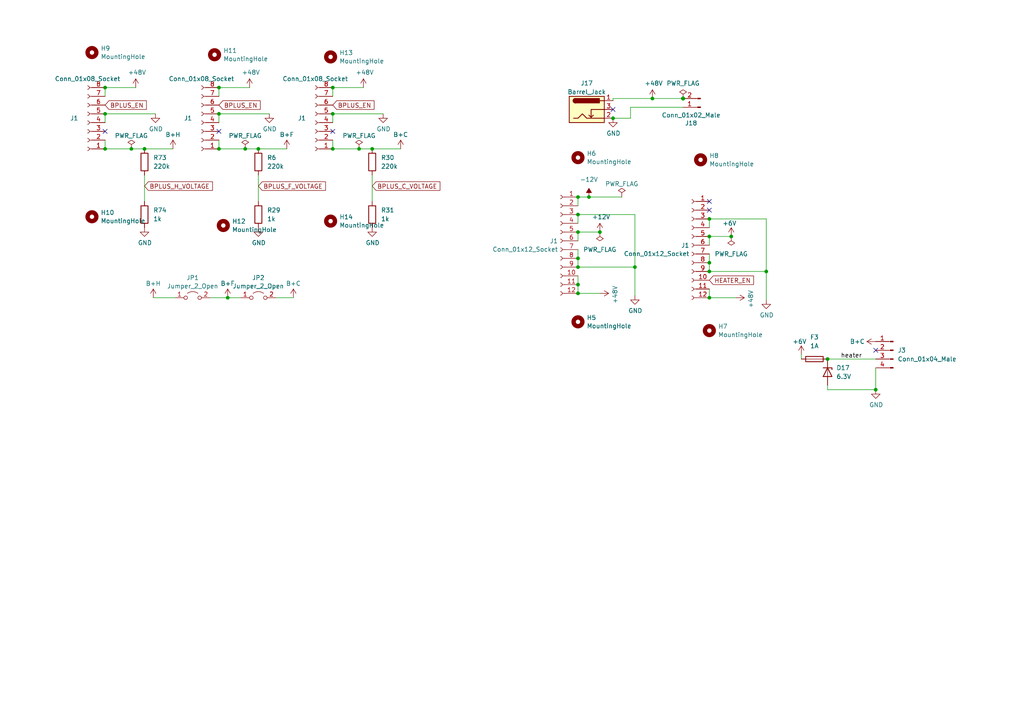
<source format=kicad_sch>
(kicad_sch (version 20230121) (generator eeschema)
  (paper "A4")
  (lib_symbols
    (symbol "Connector:Barrel_Jack_Switch" (pin_names hide)
      (property "Reference" "J" (at 0 5.334 0))
      (property "Value" "Barrel_Jack_Switch" (at 0 -5.08 0))
      (symbol "Barrel_Jack_Switch_0_1"
        (rectangle (start -5.08 3.81) (end 5.08 -3.81) (stroke (width 0.254)) (fill (type background)))
        (arc (start -3.302 3.175) (mid -3.9343 2.54) (end -3.302 1.905) (stroke (width 0.254)))
        (arc (start -3.302 3.175) (mid -3.9343 2.54) (end -3.302 1.905) (stroke (width 0.254)) (fill (type outline)))
        (polyline (pts (xy 1.27 -2.286) (xy 1.905 -1.651)) (stroke (width 0.254)))
        (polyline (pts (xy 5.08 2.54) (xy 3.81 2.54)) (stroke (width 0.254)))
        (polyline (pts (xy 5.08 0) (xy 1.27 0) (xy 1.27 -2.286) (xy 0.635 -1.651)) (stroke (width 0.254)))
        (polyline (pts (xy -3.81 -2.54) (xy -2.54 -2.54) (xy -1.27 -1.27) (xy 0 -2.54) (xy 2.54 -2.54) (xy 5.08 -2.54)) (stroke (width 0.254)))
        (rectangle (start 3.683 3.175) (end -3.302 1.905) (stroke (width 0.254)) (fill (type outline)))
      )
      (symbol "Barrel_Jack_Switch_1_1"
        (pin passive line (at 7.62 2.54 180) (length 2.54) (name "~") (number "1"))
        (pin passive line (at 7.62 -2.54 180) (length 2.54) (name "~") (number "2"))
        (pin passive line (at 7.62 0 180) (length 2.54) (name "~") (number "3"))
      )
    )
    (symbol "Connector:Conn_01x02_Pin" (pin_names (offset 1.016) hide)
      (property "Reference" "J" (at 0 2.54 0))
      (property "Value" "Conn_01x02_Pin" (at 0 -5.08 0))
      (symbol "Conn_01x02_Pin_1_1"
        (polyline (pts (xy 1.27 -2.54) (xy 0.8636 -2.54)) (stroke (width 0.1524)))
        (polyline (pts (xy 1.27 0) (xy 0.8636 0)) (stroke (width 0.1524)))
        (rectangle (start 0.8636 -2.413) (end 0 -2.667) (stroke (width 0.1524)) (fill (type outline)))
        (rectangle (start 0.8636 0.127) (end 0 -0.127) (stroke (width 0.1524)) (fill (type outline)))
        (pin passive line (at 5.08 0 180) (length 3.81) (name "Pin_1") (number "1"))
        (pin passive line (at 5.08 -2.54 180) (length 3.81) (name "Pin_2") (number "2"))
      )
    )
    (symbol "Connector:Conn_01x04_Pin" (pin_names (offset 1.016) hide)
      (property "Reference" "J" (at 0 5.08 0))
      (property "Value" "Conn_01x04_Pin" (at 0 -7.62 0))
      (symbol "Conn_01x04_Pin_1_1"
        (polyline (pts (xy 1.27 -5.08) (xy 0.8636 -5.08)) (stroke (width 0.1524)))
        (polyline (pts (xy 1.27 -2.54) (xy 0.8636 -2.54)) (stroke (width 0.1524)))
        (polyline (pts (xy 1.27 0) (xy 0.8636 0)) (stroke (width 0.1524)))
        (polyline (pts (xy 1.27 2.54) (xy 0.8636 2.54)) (stroke (width 0.1524)))
        (rectangle (start 0.8636 -4.953) (end 0 -5.207) (stroke (width 0.1524)) (fill (type outline)))
        (rectangle (start 0.8636 -2.413) (end 0 -2.667) (stroke (width 0.1524)) (fill (type outline)))
        (rectangle (start 0.8636 0.127) (end 0 -0.127) (stroke (width 0.1524)) (fill (type outline)))
        (rectangle (start 0.8636 2.667) (end 0 2.413) (stroke (width 0.1524)) (fill (type outline)))
        (pin passive line (at 5.08 2.54 180) (length 3.81) (name "Pin_1") (number "1"))
        (pin passive line (at 5.08 0 180) (length 3.81) (name "Pin_2") (number "2"))
        (pin passive line (at 5.08 -2.54 180) (length 3.81) (name "Pin_3") (number "3"))
        (pin passive line (at 5.08 -5.08 180) (length 3.81) (name "Pin_4") (number "4"))
      )
    )
    (symbol "Connector:Conn_01x08_Socket" (pin_names (offset 1.016) hide)
      (property "Reference" "J" (at 0 10.16 0))
      (property "Value" "Conn_01x08_Socket" (at 0 -12.7 0))
      (symbol "Conn_01x08_Socket_1_1"
        (arc (start 0 -9.652) (mid -0.5058 -10.16) (end 0 -10.668) (stroke (width 0.1524)))
        (arc (start 0 -7.112) (mid -0.5058 -7.62) (end 0 -8.128) (stroke (width 0.1524)))
        (arc (start 0 -4.572) (mid -0.5058 -5.08) (end 0 -5.588) (stroke (width 0.1524)))
        (arc (start 0 -2.032) (mid -0.5058 -2.54) (end 0 -3.048) (stroke (width 0.1524)))
        (polyline (pts (xy -1.27 -10.16) (xy -0.508 -10.16)) (stroke (width 0.1524)))
        (polyline (pts (xy -1.27 -7.62) (xy -0.508 -7.62)) (stroke (width 0.1524)))
        (polyline (pts (xy -1.27 -5.08) (xy -0.508 -5.08)) (stroke (width 0.1524)))
        (polyline (pts (xy -1.27 -2.54) (xy -0.508 -2.54)) (stroke (width 0.1524)))
        (polyline (pts (xy -1.27 0) (xy -0.508 0)) (stroke (width 0.1524)))
        (polyline (pts (xy -1.27 2.54) (xy -0.508 2.54)) (stroke (width 0.1524)))
        (polyline (pts (xy -1.27 5.08) (xy -0.508 5.08)) (stroke (width 0.1524)))
        (polyline (pts (xy -1.27 7.62) (xy -0.508 7.62)) (stroke (width 0.1524)))
        (arc (start 0 0.508) (mid -0.5058 0) (end 0 -0.508) (stroke (width 0.1524)))
        (arc (start 0 3.048) (mid -0.5058 2.54) (end 0 2.032) (stroke (width 0.1524)))
        (arc (start 0 5.588) (mid -0.5058 5.08) (end 0 4.572) (stroke (width 0.1524)))
        (arc (start 0 8.128) (mid -0.5058 7.62) (end 0 7.112) (stroke (width 0.1524)))
        (pin passive line (at -5.08 7.62 0) (length 3.81) (name "Pin_1") (number "1"))
        (pin passive line (at -5.08 5.08 0) (length 3.81) (name "Pin_2") (number "2"))
        (pin passive line (at -5.08 2.54 0) (length 3.81) (name "Pin_3") (number "3"))
        (pin passive line (at -5.08 0 0) (length 3.81) (name "Pin_4") (number "4"))
        (pin passive line (at -5.08 -2.54 0) (length 3.81) (name "Pin_5") (number "5"))
        (pin passive line (at -5.08 -5.08 0) (length 3.81) (name "Pin_6") (number "6"))
        (pin passive line (at -5.08 -7.62 0) (length 3.81) (name "Pin_7") (number "7"))
        (pin passive line (at -5.08 -10.16 0) (length 3.81) (name "Pin_8") (number "8"))
      )
    )
    (symbol "Connector:Conn_01x12_Socket" (pin_names (offset 1.016) hide)
      (property "Reference" "J" (at 0 15.24 0))
      (property "Value" "Conn_01x12_Socket" (at 0 -17.78 0))
      (symbol "Conn_01x12_Socket_1_1"
        (arc (start 0 -14.732) (mid -0.5058 -15.24) (end 0 -15.748) (stroke (width 0.1524)))
        (arc (start 0 -12.192) (mid -0.5058 -12.7) (end 0 -13.208) (stroke (width 0.1524)))
        (arc (start 0 -9.652) (mid -0.5058 -10.16) (end 0 -10.668) (stroke (width 0.1524)))
        (arc (start 0 -7.112) (mid -0.5058 -7.62) (end 0 -8.128) (stroke (width 0.1524)))
        (arc (start 0 -4.572) (mid -0.5058 -5.08) (end 0 -5.588) (stroke (width 0.1524)))
        (arc (start 0 -2.032) (mid -0.5058 -2.54) (end 0 -3.048) (stroke (width 0.1524)))
        (polyline (pts (xy -1.27 -15.24) (xy -0.508 -15.24)) (stroke (width 0.1524)))
        (polyline (pts (xy -1.27 -12.7) (xy -0.508 -12.7)) (stroke (width 0.1524)))
        (polyline (pts (xy -1.27 -10.16) (xy -0.508 -10.16)) (stroke (width 0.1524)))
        (polyline (pts (xy -1.27 -7.62) (xy -0.508 -7.62)) (stroke (width 0.1524)))
        (polyline (pts (xy -1.27 -5.08) (xy -0.508 -5.08)) (stroke (width 0.1524)))
        (polyline (pts (xy -1.27 -2.54) (xy -0.508 -2.54)) (stroke (width 0.1524)))
        (polyline (pts (xy -1.27 0) (xy -0.508 0)) (stroke (width 0.1524)))
        (polyline (pts (xy -1.27 2.54) (xy -0.508 2.54)) (stroke (width 0.1524)))
        (polyline (pts (xy -1.27 5.08) (xy -0.508 5.08)) (stroke (width 0.1524)))
        (polyline (pts (xy -1.27 7.62) (xy -0.508 7.62)) (stroke (width 0.1524)))
        (polyline (pts (xy -1.27 10.16) (xy -0.508 10.16)) (stroke (width 0.1524)))
        (polyline (pts (xy -1.27 12.7) (xy -0.508 12.7)) (stroke (width 0.1524)))
        (arc (start 0 0.508) (mid -0.5058 0) (end 0 -0.508) (stroke (width 0.1524)))
        (arc (start 0 3.048) (mid -0.5058 2.54) (end 0 2.032) (stroke (width 0.1524)))
        (arc (start 0 5.588) (mid -0.5058 5.08) (end 0 4.572) (stroke (width 0.1524)))
        (arc (start 0 8.128) (mid -0.5058 7.62) (end 0 7.112) (stroke (width 0.1524)))
        (arc (start 0 10.668) (mid -0.5058 10.16) (end 0 9.652) (stroke (width 0.1524)))
        (arc (start 0 13.208) (mid -0.5058 12.7) (end 0 12.192) (stroke (width 0.1524)))
        (pin passive line (at -5.08 12.7 0) (length 3.81) (name "Pin_1") (number "1"))
        (pin passive line (at -5.08 -10.16 0) (length 3.81) (name "Pin_10") (number "10"))
        (pin passive line (at -5.08 -12.7 0) (length 3.81) (name "Pin_11") (number "11"))
        (pin passive line (at -5.08 -15.24 0) (length 3.81) (name "Pin_12") (number "12"))
        (pin passive line (at -5.08 10.16 0) (length 3.81) (name "Pin_2") (number "2"))
        (pin passive line (at -5.08 7.62 0) (length 3.81) (name "Pin_3") (number "3"))
        (pin passive line (at -5.08 5.08 0) (length 3.81) (name "Pin_4") (number "4"))
        (pin passive line (at -5.08 2.54 0) (length 3.81) (name "Pin_5") (number "5"))
        (pin passive line (at -5.08 0 0) (length 3.81) (name "Pin_6") (number "6"))
        (pin passive line (at -5.08 -2.54 0) (length 3.81) (name "Pin_7") (number "7"))
        (pin passive line (at -5.08 -5.08 0) (length 3.81) (name "Pin_8") (number "8"))
        (pin passive line (at -5.08 -7.62 0) (length 3.81) (name "Pin_9") (number "9"))
      )
    )
    (symbol "Device:D_Zener" (pin_numbers hide) (pin_names (offset 1.016) hide)
      (property "Reference" "D" (at 0 2.54 0))
      (property "Value" "D_Zener" (at 0 -2.54 0))
      (symbol "D_Zener_0_1"
        (polyline (pts (xy 1.27 0) (xy -1.27 0)))
        (polyline (pts (xy -1.27 -1.27) (xy -1.27 1.27) (xy -0.762 1.27)) (stroke (width 0.254)))
        (polyline (pts (xy 1.27 -1.27) (xy 1.27 1.27) (xy -1.27 0) (xy 1.27 -1.27)) (stroke (width 0.254)))
      )
      (symbol "D_Zener_1_1"
        (pin passive line (at -3.81 0 0) (length 2.54) (name "K") (number "1"))
        (pin passive line (at 3.81 0 180) (length 2.54) (name "A") (number "2"))
      )
    )
    (symbol "Device:Fuse" (pin_numbers hide) (pin_names (offset 0))
      (property "Reference" "F" (at 2.032 0 90))
      (property "Value" "Fuse" (at -1.905 0 90))
      (symbol "Fuse_0_1"
        (rectangle (start -0.762 -2.54) (end 0.762 2.54) (stroke (width 0.254)))
        (polyline (pts (xy 0 2.54) (xy 0 -2.54)))
      )
      (symbol "Fuse_1_1"
        (pin passive line (at 0 3.81 270) (length 1.27) (name "~") (number "1"))
        (pin passive line (at 0 -3.81 90) (length 1.27) (name "~") (number "2"))
      )
    )
    (symbol "Device:R" (pin_numbers hide) (pin_names (offset 0))
      (property "Reference" "R" (at 2.032 0 90))
      (property "Value" "R" (at 0 0 90))
      (symbol "R_0_1"
        (rectangle (start -1.016 -2.54) (end 1.016 2.54) (stroke (width 0.254)))
      )
      (symbol "R_1_1"
        (pin passive line (at 0 3.81 270) (length 1.27) (name "~") (number "1"))
        (pin passive line (at 0 -3.81 90) (length 1.27) (name "~") (number "2"))
      )
    )
    (symbol "Jumper:Jumper_2_Open" (pin_names (offset 0) hide)
      (property "Reference" "JP" (at 0 2.794 0))
      (property "Value" "Jumper_2_Open" (at 0 -2.286 0))
      (symbol "Jumper_2_Open_0_0"
        (circle (center -2.032 0) (radius 0.508))
        (circle (center 2.032 0) (radius 0.508))
      )
      (symbol "Jumper_2_Open_0_1"
        (arc (start 1.524 1.27) (mid 0 1.778) (end -1.524 1.27))
      )
      (symbol "Jumper_2_Open_1_1"
        (pin passive line (at -5.08 0 0) (length 2.54) (name "A") (number "1"))
        (pin passive line (at 5.08 0 180) (length 2.54) (name "B") (number "2"))
      )
    )
    (symbol "Mechanical:MountingHole" (pin_names (offset 1.016))
      (property "Reference" "H" (at 0 5.08 0))
      (property "Value" "MountingHole" (at 0 3.175 0))
      (symbol "MountingHole_0_1"
        (circle (center 0 0) (radius 1.27) (stroke (width 1.27)))
      )
    )
    (symbol "power:+12V" (power) (pin_names (offset 0))
      (property "Value" "+12V" (at 0 3.556 0))
      (symbol "+12V_0_1"
        (polyline (pts (xy -0.762 1.27) (xy 0 2.54)))
        (polyline (pts (xy 0 0) (xy 0 2.54)))
        (polyline (pts (xy 0 2.54) (xy 0.762 1.27)))
      )
      (symbol "+12V_1_1"
        (pin power_in line (at 0 0 90) (length 0) hide (name "+12V") (number "1"))
      )
    )
    (symbol "power:+48V" (power) (pin_names (offset 0))
      (property "Value" "+48V" (at 0 3.556 0))
      (symbol "+48V_0_1"
        (polyline (pts (xy -0.762 1.27) (xy 0 2.54)))
        (polyline (pts (xy 0 0) (xy 0 2.54)))
        (polyline (pts (xy 0 2.54) (xy 0.762 1.27)))
      )
      (symbol "+48V_1_1"
        (pin power_in line (at 0 0 90) (length 0) hide (name "+48V") (number "1"))
      )
    )
    (symbol "power:+6V" (power) (pin_names (offset 0))
      (property "Value" "+6V" (at 0 3.556 0))
      (symbol "+6V_0_1"
        (polyline (pts (xy -0.762 1.27) (xy 0 2.54)))
        (polyline (pts (xy 0 0) (xy 0 2.54)))
        (polyline (pts (xy 0 2.54) (xy 0.762 1.27)))
      )
      (symbol "+6V_1_1"
        (pin power_in line (at 0 0 90) (length 0) hide (name "+6V") (number "1"))
      )
    )
    (symbol "power:-12V" (power) (pin_names (offset 0))
      (property "Value" "-12V" (at 0 3.81 0))
      (symbol "-12V_0_0"
        (pin power_in line (at 0 0 90) (length 0) hide (name "-12V") (number "1"))
      )
      (symbol "-12V_0_1"
        (polyline (pts (xy 0 0) (xy 0 1.27) (xy 0.762 1.27) (xy 0 2.54) (xy -0.762 1.27) (xy 0 1.27)) (fill (type outline)))
      )
    )
    (symbol "power:GND" (power) (pin_names (offset 0))
      (property "Value" "GND" (at 0 -3.81 0))
      (symbol "GND_0_1"
        (polyline (pts (xy 0 0) (xy 0 -1.27) (xy 1.27 -1.27) (xy 0 -2.54) (xy -1.27 -1.27) (xy 0 -1.27)))
      )
      (symbol "GND_1_1"
        (pin power_in line (at 0 0 270) (length 0) hide (name "GND") (number "1"))
      )
    )
    (symbol "power:PWR_FLAG" (power) (pin_numbers hide) (pin_names (offset 0) hide)
      (property "Value" "PWR_FLAG" (at 0 3.81 0))
      (symbol "PWR_FLAG_0_0"
        (pin power_out line (at 0 0 90) (length 0) (name "pwr") (number "1"))
      )
      (symbol "PWR_FLAG_0_1"
        (polyline (pts (xy 0 0) (xy 0 1.27) (xy -1.016 1.905) (xy 0 2.54) (xy 1.016 1.905) (xy 0 1.27)))
      )
    )
    (symbol "td-crt:B+C" (power) (pin_names (offset 0))
      (property "Value" "B+C" (at 0 3.556 0))
      (symbol "B+C_0_1"
        (polyline (pts (xy -0.762 1.27) (xy 0 2.54)))
        (polyline (pts (xy 0 0) (xy 0 2.54)))
        (polyline (pts (xy 0 2.54) (xy 0.762 1.27)))
      )
      (symbol "B+C_1_1"
        (pin power_in line (at 0 0 90) (length 0) hide (name "B+C") (number "1"))
      )
    )
    (symbol "td-crt:B+F" (power) (pin_names (offset 0))
      (property "Value" "B+F" (at 0 3.556 0))
      (symbol "B+F_0_1"
        (polyline (pts (xy -0.762 1.27) (xy 0 2.54)))
        (polyline (pts (xy 0 0) (xy 0 2.54)))
        (polyline (pts (xy 0 2.54) (xy 0.762 1.27)))
      )
      (symbol "B+F_1_1"
        (pin power_in line (at 0 0 90) (length 0) hide (name "B+F") (number "1"))
      )
    )
    (symbol "td-crt:B+H" (power) (pin_names (offset 0))
      (property "Value" "B+H" (at 0 3.556 0))
      (symbol "B+H_0_1"
        (polyline (pts (xy -0.762 1.27) (xy 0 2.54)))
        (polyline (pts (xy 0 0) (xy 0 2.54)))
        (polyline (pts (xy 0 2.54) (xy 0.762 1.27)))
      )
      (symbol "B+H_1_1"
        (pin power_in line (at 0 0 90) (length 0) hide (name "B+H") (number "1"))
      )
    )
  )
  (junction (at 254 113.03))
  (junction (at 30.48 33.02))
  (junction (at 170.815 57.15))
  (junction (at 205.74 78.74))
  (junction (at 63.5 25.4))
  (junction (at 205.74 63.5))
  (junction (at 63.5 43.18))
  (junction (at 74.93 43.18))
  (junction (at 167.64 85.09))
  (junction (at 240.03 104.14))
  (junction (at 177.8 34.29))
  (junction (at 167.64 57.15))
  (junction (at 38.1 43.18))
  (junction (at 205.74 68.58))
  (junction (at 198.12 28.575) (diameter 1.016))
  (junction (at 63.5 33.02))
  (junction (at 222.25 78.74))
  (junction (at 30.48 43.18))
  (junction (at 189.23 28.575))
  (junction (at 41.91 43.18))
  (junction (at 107.95 43.18))
  (junction (at 96.52 43.18))
  (junction (at 96.52 33.02))
  (junction (at 173.99 67.31))
  (junction (at 205.74 86.36))
  (junction (at 30.48 25.4))
  (junction (at 96.52 25.4))
  (junction (at 71.12 43.18))
  (junction (at 184.15 77.47))
  (junction (at 167.64 82.55))
  (junction (at 212.09 68.58))
  (junction (at 66.04 86.36))
  (junction (at 167.64 74.93))
  (junction (at 167.64 62.23))
  (junction (at 205.74 76.2))
  (junction (at 167.64 77.47))
  (junction (at 104.14 43.18))
  (junction (at 167.64 67.31))
  (no_connect (at 205.74 58.42))
  (no_connect (at 96.52 38.1))
  (no_connect (at 30.48 38.1))
  (no_connect (at 254 101.6))
  (no_connect (at 177.8 31.75))
  (no_connect (at 63.5 38.1))
  (no_connect (at 205.74 60.96))
  (wire (pts (xy 96.52 25.4) (xy 96.52 27.94)))
  (wire (pts (xy 63.5 33.02) (xy 63.5 35.56)))
  (wire (pts (xy 104.14 43.18) (xy 107.95 43.18)))
  (wire (pts (xy 63.5 43.18) (xy 71.12 43.18)))
  (wire (pts (xy 167.64 82.55) (xy 167.64 85.09)))
  (wire (pts (xy 222.25 63.5) (xy 222.25 78.74)))
  (wire (pts (xy 63.5 25.4) (xy 63.5 27.94)))
  (wire (pts (xy 167.64 57.15) (xy 170.815 57.15)))
  (wire (pts (xy 107.95 50.8) (xy 107.95 58.42)))
  (wire (pts (xy 182.88 31.115) (xy 182.88 34.29)))
  (wire (pts (xy 78.105 33.02) (xy 63.5 33.02)))
  (wire (pts (xy 66.04 86.36) (xy 69.85 86.36)))
  (wire (pts (xy 167.64 85.09) (xy 173.99 85.09)))
  (wire (pts (xy 38.1 43.18) (xy 41.91 43.18)))
  (wire (pts (xy 30.48 25.4) (xy 30.48 27.94)))
  (wire (pts (xy 205.74 63.5) (xy 222.25 63.5)))
  (wire (pts (xy 71.12 43.18) (xy 74.93 43.18)))
  (wire (pts (xy 205.74 68.58) (xy 212.09 68.58)))
  (wire (pts (xy 189.23 28.575) (xy 198.12 28.575)))
  (wire (pts (xy 184.15 62.23) (xy 184.15 77.47)))
  (wire (pts (xy 205.74 68.58) (xy 205.74 71.12)))
  (wire (pts (xy 44.45 86.36) (xy 50.8 86.36)))
  (wire (pts (xy 232.41 104.14) (xy 232.41 102.87)))
  (wire (pts (xy 167.64 67.31) (xy 167.64 69.85)))
  (wire (pts (xy 189.23 28.575) (xy 177.8 28.575)))
  (wire (pts (xy 60.96 86.36) (xy 66.04 86.36)))
  (wire (pts (xy 205.74 63.5) (xy 205.74 66.04)))
  (wire (pts (xy 167.64 77.47) (xy 184.15 77.47)))
  (wire (pts (xy 167.64 62.23) (xy 184.15 62.23)))
  (wire (pts (xy 72.39 25.4) (xy 63.5 25.4)))
  (wire (pts (xy 41.91 50.8) (xy 41.91 58.42)))
  (wire (pts (xy 96.52 43.18) (xy 104.14 43.18)))
  (wire (pts (xy 39.37 25.4) (xy 30.48 25.4)))
  (wire (pts (xy 30.48 40.64) (xy 30.48 43.18)))
  (wire (pts (xy 167.64 80.01) (xy 167.64 82.55)))
  (wire (pts (xy 170.815 57.15) (xy 180.34 57.15)))
  (wire (pts (xy 41.91 43.18) (xy 50.165 43.18)))
  (wire (pts (xy 240.03 111.76) (xy 240.03 113.03)))
  (wire (pts (xy 30.48 33.02) (xy 30.48 35.56)))
  (wire (pts (xy 105.41 25.4) (xy 96.52 25.4)))
  (wire (pts (xy 63.5 40.64) (xy 63.5 43.18)))
  (wire (pts (xy 240.03 113.03) (xy 254 113.03)))
  (wire (pts (xy 222.25 78.74) (xy 222.25 86.995)))
  (wire (pts (xy 198.12 31.115) (xy 182.88 31.115)))
  (wire (pts (xy 205.74 83.82) (xy 205.74 86.36)))
  (wire (pts (xy 240.03 104.14) (xy 254 104.14)))
  (wire (pts (xy 111.125 33.02) (xy 96.52 33.02)))
  (wire (pts (xy 167.64 57.15) (xy 167.64 59.69)))
  (wire (pts (xy 205.74 73.66) (xy 205.74 76.2)))
  (wire (pts (xy 167.64 67.31) (xy 173.99 67.31)))
  (wire (pts (xy 205.74 86.36) (xy 213.36 86.36)))
  (wire (pts (xy 167.64 74.93) (xy 167.64 77.47)))
  (wire (pts (xy 167.64 72.39) (xy 167.64 74.93)))
  (wire (pts (xy 80.01 86.36) (xy 85.09 86.36)))
  (wire (pts (xy 205.74 76.2) (xy 205.74 78.74)))
  (wire (pts (xy 205.74 78.74) (xy 222.25 78.74)))
  (wire (pts (xy 167.64 62.23) (xy 167.64 64.77)))
  (wire (pts (xy 74.93 50.8) (xy 74.93 58.42)))
  (wire (pts (xy 177.8 28.575) (xy 177.8 29.21)))
  (wire (pts (xy 30.48 43.18) (xy 38.1 43.18)))
  (wire (pts (xy 45.085 33.02) (xy 30.48 33.02)))
  (wire (pts (xy 182.88 34.29) (xy 177.8 34.29)))
  (wire (pts (xy 184.15 77.47) (xy 184.15 85.725)))
  (wire (pts (xy 96.52 40.64) (xy 96.52 43.18)))
  (wire (pts (xy 254 106.68) (xy 254 113.03)))
  (wire (pts (xy 107.95 43.18) (xy 116.205 43.18)))
  (wire (pts (xy 96.52 33.02) (xy 96.52 35.56)))
  (wire (pts (xy 74.93 43.18) (xy 83.185 43.18)))
  (label "heater" (at 243.84 104.14 0))
  (global_label "BPLUS_EN" (shape input) (at 30.48 30.48 0) (property "Intersheetrefs" "${INTERSHEET_REFS}" (effects hide)))
  (global_label "HEATER_EN" (shape input) (at 205.74 81.28 0) (property "Intersheetrefs" "${INTERSHEET_REFS}" (effects hide)))
  (global_label "BPLUS_H_VOLTAGE" (shape input) (at 41.91 53.975 0) (property "Intersheetrefs" "${INTERSHEET_REFS}" (effects hide)))
  (global_label "BPLUS_C_VOLTAGE" (shape input) (at 107.95 53.975 0) (property "Intersheetrefs" "${INTERSHEET_REFS}" (effects hide)))
  (global_label "BPLUS_EN" (shape input) (at 63.5 30.48 0) (property "Intersheetrefs" "${INTERSHEET_REFS}" (effects hide)))
  (global_label "BPLUS_F_VOLTAGE" (shape input) (at 74.93 53.975 0) (property "Intersheetrefs" "${INTERSHEET_REFS}" (effects hide)))
  (global_label "BPLUS_EN" (shape input) (at 96.52 30.48 0) (property "Intersheetrefs" "${INTERSHEET_REFS}" (effects hide)))
  (symbol (lib_id "Connector:Conn_01x02_Pin") (at 203.2 31.115 180) (unit 1)
    (property "Reference" "J18" (at 200.4568 35.7124 0))
    (property "Value" "Conn_01x02_Male" (at 200.4568 33.401 0))
    (property "Footprint" "Connector_Phoenix_MSTB:PhoenixContact_MSTBVA_2,5_2-G_1x02_P5.00mm_Vertical" (effects hide))
    (property "Digikey" "277-1150-ND " (effects hide))
  )
  (symbol (lib_id "power:+48V") (at 189.23 28.575 0) (unit 1)
    (property "Reference" "#PWR0181" (effects hide))
    (property "Value" "+48V" (at 189.611 24.1808 0))
  )
  (symbol (lib_id "power:PWR_FLAG") (at 198.12 28.575 0) (unit 1)
    (property "Reference" "#FLG0104" (effects hide))
    (property "Value" "PWR_FLAG" (at 198.12 24.1808 0))
  )
  (symbol (lib_id "power:+6V") (at 212.09 68.58 0) (unit 1)
    (property "Reference" "#PWR029" (effects hide))
    (property "Value" "+6V" (at 209.55 64.77 0) (effects (justify left)))
  )
  (symbol (lib_id "td-crt:B+F") (at 83.185 43.18 0) (unit 1)
    (property "Reference" "#PWR081" (effects hide))
    (property "Value" "B+F" (at 83.185 39.0469 0))
  )
  (symbol (lib_id "power:GND") (at 107.95 66.04 0) (unit 1)
    (property "Reference" "#PWR02" (effects hide))
    (property "Value" "GND" (at 108.077 70.4342 0))
    (instances (project "td-bplus-psu" (path "" (reference "#PWR02") (unit 1))) (project "td-deflect" (path "" (reference "#PWR083") (unit 1))))
  )
  (symbol (lib_id "Mechanical:MountingHole") (at 62.23 15.875 0) (unit 1)
    (property "Reference" "H11" (at 64.77 14.6629 0) (effects (justify left)))
    (property "Value" "MountingHole" (at 64.77 17.0871 0) (effects (justify left)))
    (property "Footprint" "MountingHole:MountingHole_3.2mm_M3" (effects hide))
    (property "Digikey" "DNP" (effects hide))
  )
  (symbol (lib_id "Device:R") (at 74.93 46.99 0) (unit 1)
    (property "Reference" "R6" (at 77.47 45.7199 0) (effects (justify left)))
    (property "Value" "220k" (at 77.47 48.2599 0) (effects (justify left)))
    (property "Footprint" "Resistor_SMD:R_0805_2012Metric_Pad1.20x1.40mm_HandSolder" (effects hide))
    (property "Digikey" " 311-220KCRCT-ND" (effects hide))
  )
  (symbol (lib_id "power:+48V") (at 213.36 86.36 270) (unit 1)
    (property "Reference" "#PWR04" (effects hide))
    (property "Value" "+48V" (at 217.7542 86.741 0))
    (instances (project "td-split-rail-psu" (path "" (reference "#PWR04") (unit 1))) (project "td-deflect" (path "" (reference "#PWR059") (unit 1))))
  )
  (symbol (lib_id "Mechanical:MountingHole") (at 203.2 46.355 0) (unit 1)
    (property "Reference" "H8" (at 205.74 45.1429 0) (effects (justify left)))
    (property "Value" "MountingHole" (at 205.74 47.5671 0) (effects (justify left)))
    (property "Footprint" "MountingHole:MountingHole_3.2mm_M3" (effects hide))
    (property "Digikey" "DNP" (effects hide))
  )
  (symbol (lib_id "td-crt:B+C") (at 85.09 86.36 0) (unit 1)
    (property "Reference" "#PWR088" (effects hide))
    (property "Value" "B+C" (at 85.09 82.2269 0))
  )
  (symbol (lib_id "power:PWR_FLAG") (at 38.1 43.18 0) (unit 1)
    (property "Reference" "#FLG02" (effects hide))
    (property "Value" "PWR_FLAG" (at 38.1 39.37 0))
  )
  (symbol (lib_id "power:+48V") (at 173.99 85.09 270) (unit 1)
    (property "Reference" "#PWR04" (effects hide))
    (property "Value" "+48V" (at 178.3842 85.471 0))
    (instances (project "td-split-rail-psu" (path "" (reference "#PWR04") (unit 1))) (project "td-deflect" (path "" (reference "#PWR026") (unit 1))))
  )
  (symbol (lib_id "power:PWR_FLAG") (at 104.14 43.18 0) (unit 1)
    (property "Reference" "#FLG04" (effects hide))
    (property "Value" "PWR_FLAG" (at 104.14 39.37 0))
  )
  (symbol (lib_id "Mechanical:MountingHole") (at 64.77 65.405 0) (unit 1)
    (property "Reference" "H12" (at 67.31 64.1929 0) (effects (justify left)))
    (property "Value" "MountingHole" (at 67.31 66.6171 0) (effects (justify left)))
    (property "Footprint" "MountingHole:MountingHole_3.2mm_M3" (effects hide))
    (property "Digikey" "DNP" (effects hide))
  )
  (symbol (lib_id "Connector:Conn_01x08_Socket") (at 25.4 35.56 180) (unit 1)
    (property "Reference" "J1" (at 20.32 34.29 0) (effects (justify right)))
    (property "Value" "Conn_01x08_Socket" (at 25.4 22.86 0))
    (property "Footprint" "Connector_PinSocket_2.54mm:PinSocket_1x08_P2.54mm_Vertical" (effects hide))
    (property "Digikey" "S7041-ND" (effects hide))
    (instances (project "td-bplus-psu" (path "" (reference "J1") (unit 1))) (project "td-deflect" (path "" (reference "J19") (unit 1))))
  )
  (symbol (lib_id "Device:R") (at 107.95 46.99 0) (unit 1)
    (property "Reference" "R30" (at 110.49 45.7199 0) (effects (justify left)))
    (property "Value" "220k" (at 110.49 48.2599 0) (effects (justify left)))
    (property "Footprint" "Resistor_SMD:R_0805_2012Metric_Pad1.20x1.40mm_HandSolder" (effects hide))
    (property "Digikey" " 311-220KCRCT-ND" (effects hide))
  )
  (symbol (lib_id "Mechanical:MountingHole") (at 167.64 45.72 0) (unit 1)
    (property "Reference" "H6" (at 170.18 44.5079 0) (effects (justify left)))
    (property "Value" "MountingHole" (at 170.18 46.9321 0) (effects (justify left)))
    (property "Footprint" "MountingHole:MountingHole_3.2mm_M3" (effects hide))
    (property "Digikey" "DNP" (effects hide))
  )
  (symbol (lib_id "power:GND") (at 111.125 33.02 0) (unit 1)
    (property "Reference" "#PWR02" (effects hide))
    (property "Value" "GND" (at 111.252 37.4142 0))
    (instances (project "td-bplus-psu" (path "" (reference "#PWR02") (unit 1))) (project "td-deflect" (path "" (reference "#PWR084") (unit 1))))
  )
  (symbol (lib_id "Connector:Conn_01x04_Pin") (at 259.08 101.6 0) (mirror y) (unit 1)
    (property "Reference" "J3" (at 260.35 101.5999 0) (effects (justify right)))
    (property "Value" "Conn_01x04_Male" (at 260.35 104.1399 0) (effects (justify right)))
    (property "Footprint" "Connector_JST:JST_XH_B4B-XH-A_1x04_P2.50mm_Vertical" (effects hide))
    (property "Digikey" "455-B4B-XH-A-ND" (effects hide))
  )
  (symbol (lib_id "td-crt:B+H") (at 44.45 86.36 0) (unit 1)
    (property "Reference" "#PWR086" (effects hide))
    (property "Value" "B+H" (at 44.45 82.2269 0))
  )
  (symbol (lib_id "Mechanical:MountingHole") (at 95.885 16.51 0) (unit 1)
    (property "Reference" "H13" (at 98.425 15.2979 0) (effects (justify left)))
    (property "Value" "MountingHole" (at 98.425 17.7221 0) (effects (justify left)))
    (property "Footprint" "MountingHole:MountingHole_3.2mm_M3" (effects hide))
    (property "Digikey" "DNP" (effects hide))
  )
  (symbol (lib_id "power:GND") (at 254 113.03 0) (unit 1)
    (property "Reference" "#PWR0188" (effects hide))
    (property "Value" "GND" (at 254.127 117.4242 0))
  )
  (symbol (lib_id "power:GND") (at 222.25 86.995 0) (unit 1)
    (property "Reference" "#PWR03" (effects hide))
    (property "Value" "GND" (at 222.377 91.3892 0))
    (instances (project "td-split-rail-psu" (path "" (reference "#PWR03") (unit 1))) (project "td-deflect" (path "" (reference "#PWR089") (unit 1))))
  )
  (symbol (lib_id "Mechanical:MountingHole") (at 205.74 95.885 0) (unit 1)
    (property "Reference" "H7" (at 208.28 94.6729 0) (effects (justify left)))
    (property "Value" "MountingHole" (at 208.28 97.0971 0) (effects (justify left)))
    (property "Footprint" "MountingHole:MountingHole_3.2mm_M3" (effects hide))
    (property "Digikey" "DNP" (effects hide))
  )
  (symbol (lib_id "Connector:Conn_01x08_Socket") (at 58.42 35.56 180) (unit 1)
    (property "Reference" "J1" (at 53.34 34.29 0) (effects (justify right)))
    (property "Value" "Conn_01x08_Socket" (at 58.42 22.86 0))
    (property "Footprint" "Connector_PinSocket_2.54mm:PinSocket_1x08_P2.54mm_Vertical" (effects hide))
    (property "Digikey" "S7041-ND" (effects hide))
    (instances (project "td-bplus-psu" (path "" (reference "J1") (unit 1))) (project "td-deflect" (path "" (reference "J20") (unit 1))))
  )
  (symbol (lib_id "Mechanical:MountingHole") (at 26.67 62.865 0) (unit 1)
    (property "Reference" "H10" (at 29.21 61.6529 0) (effects (justify left)))
    (property "Value" "MountingHole" (at 29.21 64.0771 0) (effects (justify left)))
    (property "Footprint" "MountingHole:MountingHole_3.2mm_M3" (effects hide))
    (property "Digikey" "DNP" (effects hide))
  )
  (symbol (lib_id "Jumper:Jumper_2_Open") (at 55.88 86.36 0) (unit 1)
    (property "Reference" "JP1" (at 55.88 80.5647 0))
    (property "Value" "Jumper_2_Open" (at 55.88 82.9889 0))
    (property "Footprint" "Connector_PinHeader_2.54mm:PinHeader_1x02_P2.54mm_Vertical" (effects hide))
    (property "Digikey" "DNP" (effects hide))
  )
  (symbol (lib_id "Device:R") (at 41.91 62.23 0) (unit 1)
    (property "Reference" "R74" (at 44.45 60.9599 0) (effects (justify left)))
    (property "Value" "1k" (at 44.45 63.4999 0) (effects (justify left)))
    (property "Footprint" "Resistor_SMD:R_0805_2012Metric_Pad1.20x1.40mm_HandSolder" (effects hide))
    (property "Digikey" " 311-1.00KCRCT-ND" (effects hide))
  )
  (symbol (lib_id "td-crt:B+C") (at 116.205 43.18 0) (unit 1)
    (property "Reference" "#PWR085" (effects hide))
    (property "Value" "B+C" (at 116.205 39.0469 0))
  )
  (symbol (lib_id "power:GND") (at 177.8 34.29 0) (unit 1)
    (property "Reference" "#PWR036" (effects hide))
    (property "Value" "GND" (at 177.927 38.6842 0))
  )
  (symbol (lib_id "td-crt:B+C") (at 254 99.06 90) (unit 1)
    (property "Reference" "#PWR060" (effects hide))
    (property "Value" "B+C" (at 250.825 99.06 90) (effects (justify left)))
  )
  (symbol (lib_id "power:GND") (at 184.15 85.725 0) (unit 1)
    (property "Reference" "#PWR03" (effects hide))
    (property "Value" "GND" (at 184.277 90.1192 0))
    (instances (project "td-split-rail-psu" (path "" (reference "#PWR03") (unit 1))) (project "td-deflect" (path "" (reference "#PWR028") (unit 1))))
  )
  (symbol (lib_id "power:+48V") (at 39.37 25.4 0) (unit 1)
    (property "Reference" "#PWR01" (effects hide))
    (property "Value" "+48V" (at 39.751 21.0058 0))
    (instances (project "td-bplus-psu" (path "" (reference "#PWR01") (unit 1))) (project "td-deflect" (path "" (reference "#PWR075") (unit 1))))
  )
  (symbol (lib_id "power:GND") (at 41.91 66.04 0) (unit 1)
    (property "Reference" "#PWR02" (effects hide))
    (property "Value" "GND" (at 42.037 70.4342 0))
    (instances (project "td-bplus-psu" (path "" (reference "#PWR02") (unit 1))) (project "td-deflect" (path "" (reference "#PWR074") (unit 1))))
  )
  (symbol (lib_id "power:PWR_FLAG") (at 173.99 67.31 180) (unit 1)
    (property "Reference" "#FLG05" (effects hide))
    (property "Value" "PWR_FLAG" (at 173.99 72.39 0))
  )
  (symbol (lib_id "power:+48V") (at 72.39 25.4 0) (unit 1)
    (property "Reference" "#PWR01" (effects hide))
    (property "Value" "+48V" (at 72.771 21.0058 0))
    (instances (project "td-bplus-psu" (path "" (reference "#PWR01") (unit 1))) (project "td-deflect" (path "" (reference "#PWR078") (unit 1))))
  )
  (symbol (lib_id "Device:R") (at 74.93 62.23 0) (unit 1)
    (property "Reference" "R29" (at 77.47 60.9599 0) (effects (justify left)))
    (property "Value" "1k" (at 77.47 63.4999 0) (effects (justify left)))
    (property "Footprint" "Resistor_SMD:R_0805_2012Metric_Pad1.20x1.40mm_HandSolder" (effects hide))
    (property "Digikey" " 311-1.00KCRCT-ND" (effects hide))
  )
  (symbol (lib_id "Jumper:Jumper_2_Open") (at 74.93 86.36 0) (unit 1)
    (property "Reference" "JP2" (at 74.93 80.5647 0))
    (property "Value" "Jumper_2_Open" (at 74.93 82.9889 0))
    (property "Footprint" "Connector_PinHeader_2.54mm:PinHeader_1x02_P2.54mm_Vertical" (effects hide))
    (property "Digikey" "DNP" (effects hide))
  )
  (symbol (lib_id "power:GND") (at 78.105 33.02 0) (unit 1)
    (property "Reference" "#PWR02" (effects hide))
    (property "Value" "GND" (at 78.232 37.4142 0))
    (instances (project "td-bplus-psu" (path "" (reference "#PWR02") (unit 1))) (project "td-deflect" (path "" (reference "#PWR080") (unit 1))))
  )
  (symbol (lib_id "Mechanical:MountingHole") (at 95.885 64.135 0) (unit 1)
    (property "Reference" "H14" (at 98.425 62.9229 0) (effects (justify left)))
    (property "Value" "MountingHole" (at 98.425 65.3471 0) (effects (justify left)))
    (property "Footprint" "MountingHole:MountingHole_3.2mm_M3" (effects hide))
    (property "Digikey" "DNP" (effects hide))
  )
  (symbol (lib_id "Connector:Conn_01x12_Socket") (at 162.56 69.85 0) (mirror y) (unit 1)
    (property "Reference" "J1" (at 161.8488 69.9079 0) (effects (justify left)))
    (property "Value" "Conn_01x12_Socket" (at 161.8488 72.3321 0) (effects (justify left)))
    (property "Footprint" "Connector_PinSocket_2.54mm:PinSocket_1x12_P2.54mm_Vertical" (effects hide))
    (property "Digikey" "S7045-ND" (effects hide))
    (instances (project "td-split-rail-psu" (path "" (reference "J1") (unit 1))) (project "td-deflect" (path "" (reference "J13") (unit 1))))
  )
  (symbol (lib_id "Connector:Conn_01x12_Socket") (at 200.66 71.12 0) (mirror y) (unit 1)
    (property "Reference" "J1" (at 199.9488 71.1779 0) (effects (justify left)))
    (property "Value" "Conn_01x12_Socket" (at 199.9488 73.6021 0) (effects (justify left)))
    (property "Footprint" "Connector_PinSocket_2.54mm:PinSocket_1x12_P2.54mm_Vertical" (effects hide))
    (property "Digikey" "S7045-ND" (effects hide))
    (instances (project "td-split-rail-psu" (path "" (reference "J1") (unit 1))) (project "td-deflect" (path "" (reference "J14") (unit 1))))
  )
  (symbol (lib_id "Mechanical:MountingHole") (at 26.67 15.24 0) (unit 1)
    (property "Reference" "H9" (at 29.21 14.0279 0) (effects (justify left)))
    (property "Value" "MountingHole" (at 29.21 16.4521 0) (effects (justify left)))
    (property "Footprint" "MountingHole:MountingHole_3.2mm_M3" (effects hide))
    (property "Digikey" "DNP" (effects hide))
  )
  (symbol (lib_id "Device:R") (at 41.91 46.99 0) (unit 1)
    (property "Reference" "R73" (at 44.45 45.7199 0) (effects (justify left)))
    (property "Value" "220k" (at 44.45 48.2599 0) (effects (justify left)))
    (property "Footprint" "Resistor_SMD:R_0805_2012Metric_Pad1.20x1.40mm_HandSolder" (effects hide))
    (property "Digikey" " 311-220KCRCT-ND" (effects hide))
  )
  (symbol (lib_id "power:+12V") (at 173.99 67.31 0) (unit 1)
    (property "Reference" "#PWR02" (effects hide))
    (property "Value" "+12V" (at 174.371 62.9158 0))
    (instances (project "td-split-rail-psu" (path "" (reference "#PWR02") (unit 1))) (project "td-deflect" (path "" (reference "#PWR027") (unit 1))))
  )
  (symbol (lib_id "td-crt:B+H") (at 50.165 43.18 0) (unit 1)
    (property "Reference" "#PWR077" (effects hide))
    (property "Value" "B+H" (at 50.165 39.0469 0))
  )
  (symbol (lib_id "power:PWR_FLAG") (at 180.34 57.15 0) (unit 1)
    (property "Reference" "#FLG06" (effects hide))
    (property "Value" "PWR_FLAG" (at 180.34 53.34 0))
  )
  (symbol (lib_id "power:PWR_FLAG") (at 212.09 68.58 180) (unit 1)
    (property "Reference" "#FLG07" (effects hide))
    (property "Value" "PWR_FLAG" (at 212.09 73.66 0))
  )
  (symbol (lib_id "Device:R") (at 107.95 62.23 0) (unit 1)
    (property "Reference" "R31" (at 110.49 60.9599 0) (effects (justify left)))
    (property "Value" "1k" (at 110.49 63.4999 0) (effects (justify left)))
    (property "Footprint" "Resistor_SMD:R_0805_2012Metric_Pad1.20x1.40mm_HandSolder" (effects hide))
    (property "Digikey" " 311-1.00KCRCT-ND" (effects hide))
  )
  (symbol (lib_id "td-crt:B+F") (at 66.04 86.36 0) (unit 1)
    (property "Reference" "#PWR087" (effects hide))
    (property "Value" "B+F" (at 66.04 82.2269 0))
  )
  (symbol (lib_id "Device:D_Zener") (at 240.03 107.95 270) (unit 1)
    (property "Reference" "D17" (at 242.57 106.6799 90) (effects (justify left)))
    (property "Value" "6.3V" (at 242.57 109.2199 90) (effects (justify left)))
    (property "Footprint" "Diode_SMD:D_SMA" (effects hide))
    (property "Digikey" "SMAJ6.5A-FDICT-ND" (effects hide))
  )
  (symbol (lib_id "Mechanical:MountingHole") (at 167.64 93.345 0) (unit 1)
    (property "Reference" "H5" (at 170.18 92.1329 0) (effects (justify left)))
    (property "Value" "MountingHole" (at 170.18 94.5571 0) (effects (justify left)))
    (property "Footprint" "MountingHole:MountingHole_3.2mm_M3" (effects hide))
    (property "Digikey" "DNP" (effects hide))
  )
  (symbol (lib_id "power:PWR_FLAG") (at 71.12 43.18 0) (unit 1)
    (property "Reference" "#FLG03" (effects hide))
    (property "Value" "PWR_FLAG" (at 71.12 39.37 0))
  )
  (symbol (lib_id "Connector:Conn_01x08_Socket") (at 91.44 35.56 180) (unit 1)
    (property "Reference" "J1" (at 86.36 34.29 0) (effects (justify right)))
    (property "Value" "Conn_01x08_Socket" (at 91.44 22.86 0))
    (property "Footprint" "Connector_PinSocket_2.54mm:PinSocket_1x08_P2.54mm_Vertical" (effects hide))
    (property "Digikey" "S7041-ND" (effects hide))
    (instances (project "td-bplus-psu" (path "" (reference "J1") (unit 1))) (project "td-deflect" (path "" (reference "J21") (unit 1))))
  )
  (symbol (lib_id "power:+6V") (at 232.41 102.87 0) (unit 1)
    (property "Reference" "#PWR0186" (effects hide))
    (property "Value" "+6V" (at 229.87 99.06 0) (effects (justify left)))
  )
  (symbol (lib_id "Device:Fuse") (at 236.22 104.14 90) (unit 1)
    (property "Reference" "F3" (at 236.22 97.79 90))
    (property "Value" "1A" (at 236.22 100.33 90))
    (property "Footprint" "Fuse:Fuse_Schurter_UMT250" (effects hide))
    (property "Digikey" "486-3436-ND" (effects hide))
  )
  (symbol (lib_id "power:GND") (at 74.93 66.04 0) (unit 1)
    (property "Reference" "#PWR02" (effects hide))
    (property "Value" "GND" (at 75.057 70.4342 0))
    (instances (project "td-bplus-psu" (path "" (reference "#PWR02") (unit 1))) (project "td-deflect" (path "" (reference "#PWR079") (unit 1))))
  )
  (symbol (lib_id "Connector:Barrel_Jack_Switch") (at 170.18 31.75 0) (unit 1)
    (property "Reference" "J17" (at 170.18 24.13 0))
    (property "Value" "Barrel_Jack" (at 170.18 26.67 0))
    (property "Footprint" "Connector_BarrelJack:BarrelJack_Wuerth_6941xx301002" (effects hide))
    (property "Digikey" "732-5930-ND" (effects hide))
  )
  (symbol (lib_id "power:GND") (at 45.085 33.02 0) (unit 1)
    (property "Reference" "#PWR02" (effects hide))
    (property "Value" "GND" (at 45.212 37.4142 0))
    (instances (project "td-bplus-psu" (path "" (reference "#PWR02") (unit 1))) (project "td-deflect" (path "" (reference "#PWR076") (unit 1))))
  )
  (symbol (lib_id "power:-12V") (at 170.815 57.15 0) (unit 1)
    (property "Reference" "#PWR01" (effects hide))
    (property "Value" "-12V" (at 170.815 52.07 0))
    (instances (project "td-split-rail-psu" (path "" (reference "#PWR01") (unit 1))) (project "td-deflect" (path "" (reference "#PWR025") (unit 1))))
  )
  (symbol (lib_id "power:+48V") (at 105.41 25.4 0) (unit 1)
    (property "Reference" "#PWR01" (effects hide))
    (property "Value" "+48V" (at 105.791 21.0058 0))
    (instances (project "td-bplus-psu" (path "" (reference "#PWR01") (unit 1))) (project "td-deflect" (path "" (reference "#PWR082") (unit 1))))
  )
)
</source>
